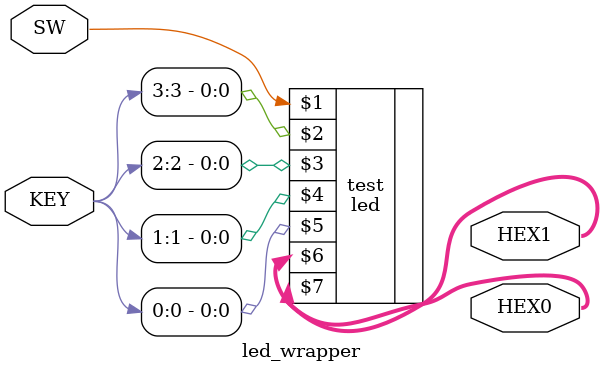
<source format=sv>
module led_wrapper(	 input logic [0:0] SW,
		   input logic [4:0] KEY,	// instead of "[4:0] KEY", shouldn't it be "[3:0] KEY" since we are only using four KEYS: 0, 1, 2 and 3?
											 
							 output logic [6:0] HEX1,
                      output logic [6:0] HEX0);
							 
led test ( SW[0], KEY[3], KEY[2], KEY[1], KEY[0],  HEX1[6:0], HEX0[6:0] );

endmodule

</source>
